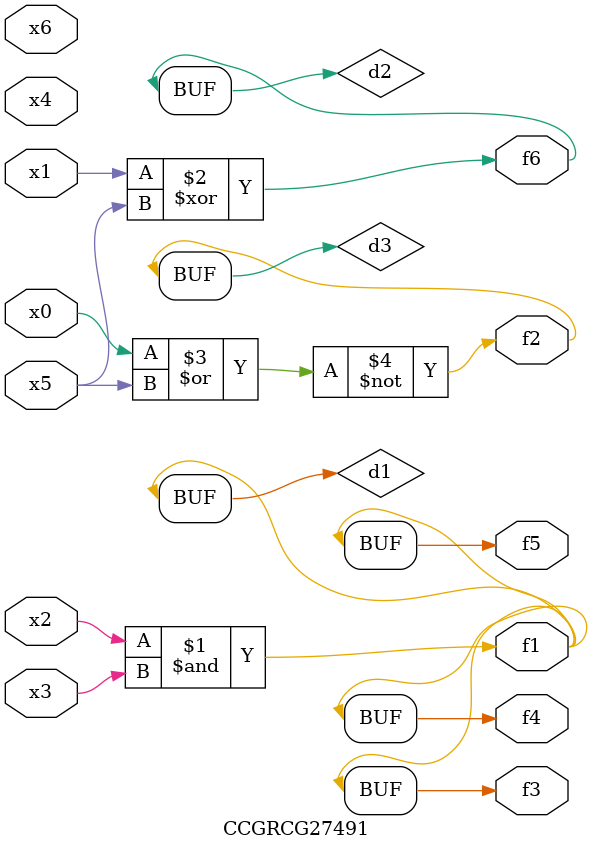
<source format=v>
module CCGRCG27491(
	input x0, x1, x2, x3, x4, x5, x6,
	output f1, f2, f3, f4, f5, f6
);

	wire d1, d2, d3;

	and (d1, x2, x3);
	xor (d2, x1, x5);
	nor (d3, x0, x5);
	assign f1 = d1;
	assign f2 = d3;
	assign f3 = d1;
	assign f4 = d1;
	assign f5 = d1;
	assign f6 = d2;
endmodule

</source>
